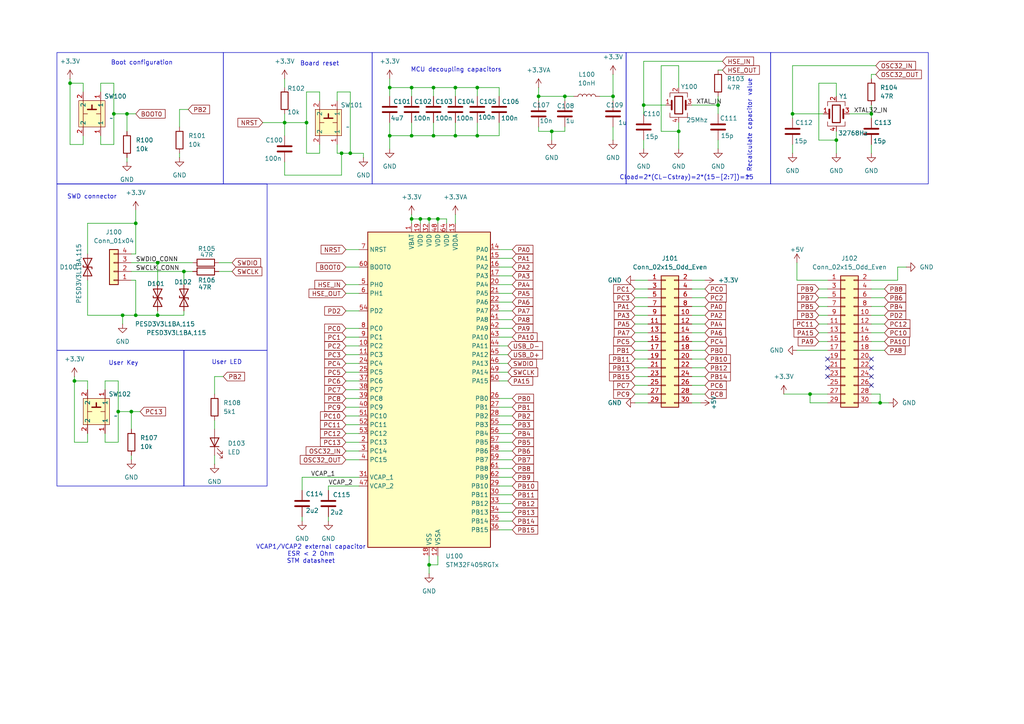
<source format=kicad_sch>
(kicad_sch (version 20231120) (generator "eeschema") (generator_version "8.0")
  (paper "A4")
  (junction (at 125.73 39.37))
  (junction (at 138.43 39.37))
  (junction (at 124.46 63.5))
  (junction (at 242.57 40.64))
  (junction (at 21.59 110.49))
  (junction (at 132.08 39.37))
  (junction (at 124.46 163.83))
  (junction (at 132.08 25.4))
  (junction (at 125.73 25.4))
  (junction (at 39.37 91.44))
  (junction (at 127 63.5))
  (junction (at 101.6 44.45))
  (junction (at 208.28 30.48))
  (junction (at 163.83 27.94))
  (junction (at 38.1 119.38))
  (junction (at 35.56 91.44))
  (junction (at 53.34 78.74))
  (junction (at 113.03 25.4))
  (junction (at 20.32 24.13))
  (junction (at 113.03 39.37))
  (junction (at 119.38 63.5))
  (junction (at 88.9 35.56))
  (junction (at 252.73 33.02))
  (junction (at 45.72 91.44))
  (junction (at 99.06 44.45))
  (junction (at 156.21 27.94))
  (junction (at 33.02 33.02))
  (junction (at 255.27 116.84))
  (junction (at 229.87 33.02))
  (junction (at 177.8 27.94))
  (junction (at 196.85 38.1))
  (junction (at 119.38 25.4))
  (junction (at 138.43 25.4))
  (junction (at 119.38 39.37))
  (junction (at 45.72 76.2))
  (junction (at 36.83 33.02))
  (junction (at 186.69 30.48))
  (junction (at 82.55 35.56))
  (junction (at 121.92 63.5))
  (junction (at 39.37 64.77))
  (junction (at 160.02 38.1))
  (junction (at 234.95 114.3))
  (junction (at 34.29 119.38))
  (no_connect (at 240.03 104.14))
  (no_connect (at 240.03 109.22))
  (no_connect (at 252.73 111.76))
  (no_connect (at 252.73 104.14))
  (no_connect (at 252.73 106.68))
  (no_connect (at 240.03 106.68))
  (no_connect (at 252.73 109.22))
  (wire (pts (xy 208.28 20.32) (xy 209.55 20.32)))
  (wire (pts (xy 160.02 38.1) (xy 160.02 40.64)))
  (wire (pts (xy 127 163.83) (xy 124.46 163.83)))
  (wire (pts (xy 105.41 44.45) (xy 101.6 44.45)))
  (wire (pts (xy 163.83 29.21) (xy 163.83 27.94)))
  (wire (pts (xy 62.23 132.08) (xy 62.23 134.62)))
  (wire (pts (xy 231.14 101.6) (xy 240.03 101.6)))
  (wire (pts (xy 156.21 27.94) (xy 163.83 27.94)))
  (wire (pts (xy 252.73 99.06) (xy 256.54 99.06)))
  (wire (pts (xy 231.14 76.2) (xy 231.14 81.28)))
  (wire (pts (xy 156.21 27.94) (xy 156.21 25.4)))
  (wire (pts (xy 34.29 128.27) (xy 30.48 128.27)))
  (wire (pts (xy 119.38 35.56) (xy 119.38 39.37)))
  (wire (pts (xy 229.87 19.05) (xy 229.87 33.02)))
  (wire (pts (xy 36.83 33.02) (xy 39.37 33.02)))
  (wire (pts (xy 252.73 88.9) (xy 256.54 88.9)))
  (wire (pts (xy 254 21.59) (xy 252.73 21.59)))
  (wire (pts (xy 100.33 77.47) (xy 104.14 77.47)))
  (wire (pts (xy 196.85 19.05) (xy 191.77 19.05)))
  (wire (pts (xy 100.33 125.73) (xy 104.14 125.73)))
  (wire (pts (xy 252.73 101.6) (xy 256.54 101.6)))
  (wire (pts (xy 119.38 63.5) (xy 121.92 63.5)))
  (wire (pts (xy 45.72 90.17) (xy 45.72 91.44)))
  (wire (pts (xy 125.73 39.37) (xy 132.08 39.37)))
  (wire (pts (xy 95.25 140.97) (xy 95.25 142.24)))
  (wire (pts (xy 113.03 39.37) (xy 119.38 39.37)))
  (wire (pts (xy 82.55 35.56) (xy 82.55 33.02)))
  (wire (pts (xy 184.15 116.84) (xy 187.96 116.84)))
  (wire (pts (xy 45.72 91.44) (xy 53.34 91.44)))
  (wire (pts (xy 144.78 102.87) (xy 147.32 102.87)))
  (wire (pts (xy 21.59 110.49) (xy 21.59 128.27)))
  (wire (pts (xy 100.33 95.25) (xy 104.14 95.25)))
  (wire (pts (xy 100.33 118.11) (xy 104.14 118.11)))
  (wire (pts (xy 39.37 81.28) (xy 38.1 81.28)))
  (wire (pts (xy 100.33 130.81) (xy 104.14 130.81)))
  (wire (pts (xy 97.79 44.45) (xy 97.79 41.91)))
  (wire (pts (xy 92.71 26.67) (xy 88.9 26.67)))
  (wire (pts (xy 163.83 36.83) (xy 163.83 38.1)))
  (wire (pts (xy 100.33 100.33) (xy 104.14 100.33)))
  (wire (pts (xy 163.83 27.94) (xy 166.37 27.94)))
  (wire (pts (xy 33.02 33.02) (xy 33.02 41.91)))
  (wire (pts (xy 97.79 29.21) (xy 97.79 26.67)))
  (wire (pts (xy 196.85 38.1) (xy 196.85 43.18)))
  (wire (pts (xy 186.69 33.02) (xy 186.69 30.48)))
  (wire (pts (xy 119.38 25.4) (xy 119.38 27.94)))
  (wire (pts (xy 252.73 83.82) (xy 256.54 83.82)))
  (wire (pts (xy 237.49 86.36) (xy 240.03 86.36)))
  (wire (pts (xy 25.4 113.03) (xy 25.4 110.49)))
  (wire (pts (xy 237.49 24.13) (xy 237.49 40.64)))
  (wire (pts (xy 105.41 45.72) (xy 105.41 44.45)))
  (wire (pts (xy 144.78 140.97) (xy 148.59 140.97)))
  (wire (pts (xy 138.43 25.4) (xy 144.78 25.4)))
  (wire (pts (xy 36.83 45.72) (xy 36.83 46.99)))
  (wire (pts (xy 144.78 85.09) (xy 148.59 85.09)))
  (wire (pts (xy 138.43 39.37) (xy 144.78 39.37)))
  (wire (pts (xy 119.38 25.4) (xy 125.73 25.4)))
  (wire (pts (xy 100.33 97.79) (xy 104.14 97.79)))
  (wire (pts (xy 252.73 33.02) (xy 252.73 34.29)))
  (wire (pts (xy 100.33 110.49) (xy 104.14 110.49)))
  (wire (pts (xy 53.34 78.74) (xy 55.88 78.74)))
  (wire (pts (xy 39.37 73.66) (xy 38.1 73.66)))
  (wire (pts (xy 38.1 78.74) (xy 53.34 78.74)))
  (wire (pts (xy 184.15 93.98) (xy 187.96 93.98)))
  (wire (pts (xy 163.83 38.1) (xy 160.02 38.1)))
  (wire (pts (xy 237.49 83.82) (xy 240.03 83.82)))
  (wire (pts (xy 38.1 132.08) (xy 38.1 133.35)))
  (wire (pts (xy 208.28 30.48) (xy 208.28 33.02)))
  (wire (pts (xy 34.29 119.38) (xy 38.1 119.38)))
  (wire (pts (xy 82.55 25.4) (xy 82.55 22.86)))
  (wire (pts (xy 184.15 83.82) (xy 187.96 83.82)))
  (wire (pts (xy 30.48 128.27) (xy 30.48 125.73)))
  (wire (pts (xy 45.72 76.2) (xy 45.72 82.55)))
  (wire (pts (xy 39.37 64.77) (xy 39.37 73.66)))
  (wire (pts (xy 100.33 82.55) (xy 104.14 82.55)))
  (wire (pts (xy 238.76 33.02) (xy 229.87 33.02)))
  (wire (pts (xy 101.6 44.45) (xy 99.06 44.45)))
  (wire (pts (xy 242.57 27.94) (xy 242.57 24.13)))
  (wire (pts (xy 20.32 22.86) (xy 20.32 24.13)))
  (wire (pts (xy 144.78 138.43) (xy 148.59 138.43)))
  (wire (pts (xy 138.43 39.37) (xy 138.43 35.56)))
  (wire (pts (xy 34.29 110.49) (xy 34.29 119.38)))
  (wire (pts (xy 125.73 39.37) (xy 125.73 35.56)))
  (wire (pts (xy 25.4 110.49) (xy 21.59 110.49)))
  (wire (pts (xy 144.78 120.65) (xy 148.59 120.65)))
  (wire (pts (xy 20.32 41.91) (xy 24.13 41.91)))
  (wire (pts (xy 227.33 114.3) (xy 234.95 114.3)))
  (wire (pts (xy 200.66 109.22) (xy 204.47 109.22)))
  (wire (pts (xy 113.03 25.4) (xy 119.38 25.4)))
  (wire (pts (xy 25.4 125.73) (xy 25.4 128.27)))
  (wire (pts (xy 97.79 26.67) (xy 101.6 26.67)))
  (wire (pts (xy 144.78 110.49) (xy 147.32 110.49)))
  (wire (pts (xy 113.03 22.86) (xy 113.03 25.4)))
  (wire (pts (xy 132.08 39.37) (xy 138.43 39.37)))
  (wire (pts (xy 200.66 104.14) (xy 204.47 104.14)))
  (wire (pts (xy 30.48 110.49) (xy 34.29 110.49)))
  (wire (pts (xy 144.78 80.01) (xy 148.59 80.01)))
  (wire (pts (xy 87.63 138.43) (xy 87.63 142.24)))
  (wire (pts (xy 200.66 93.98) (xy 204.47 93.98)))
  (wire (pts (xy 144.78 115.57) (xy 148.59 115.57)))
  (wire (pts (xy 119.38 39.37) (xy 125.73 39.37)))
  (wire (pts (xy 144.78 123.19) (xy 148.59 123.19)))
  (wire (pts (xy 144.78 151.13) (xy 148.59 151.13)))
  (wire (pts (xy 124.46 63.5) (xy 124.46 64.77)))
  (wire (pts (xy 113.03 39.37) (xy 113.03 43.18)))
  (wire (pts (xy 144.78 87.63) (xy 148.59 87.63)))
  (wire (pts (xy 200.66 83.82) (xy 204.47 83.82)))
  (wire (pts (xy 132.08 39.37) (xy 132.08 35.56)))
  (wire (pts (xy 21.59 109.22) (xy 21.59 110.49)))
  (wire (pts (xy 36.83 33.02) (xy 36.83 38.1)))
  (wire (pts (xy 92.71 41.91) (xy 92.71 44.45)))
  (wire (pts (xy 100.33 85.09) (xy 104.14 85.09)))
  (wire (pts (xy 119.38 63.5) (xy 119.38 64.77)))
  (wire (pts (xy 52.07 31.75) (xy 52.07 36.83)))
  (wire (pts (xy 234.95 114.3) (xy 234.95 116.84)))
  (wire (pts (xy 82.55 35.56) (xy 82.55 39.37)))
  (wire (pts (xy 184.15 106.68) (xy 187.96 106.68)))
  (wire (pts (xy 242.57 38.1) (xy 242.57 40.64)))
  (wire (pts (xy 200.66 101.6) (xy 204.47 101.6)))
  (wire (pts (xy 88.9 44.45) (xy 92.71 44.45)))
  (wire (pts (xy 92.71 29.21) (xy 92.71 26.67)))
  (wire (pts (xy 184.15 101.6) (xy 187.96 101.6)))
  (wire (pts (xy 200.66 30.48) (xy 208.28 30.48)))
  (wire (pts (xy 156.21 29.21) (xy 156.21 27.94)))
  (wire (pts (xy 160.02 38.1) (xy 156.21 38.1)))
  (wire (pts (xy 200.66 86.36) (xy 204.47 86.36)))
  (wire (pts (xy 184.15 114.3) (xy 187.96 114.3)))
  (wire (pts (xy 196.85 25.4) (xy 196.85 19.05)))
  (wire (pts (xy 138.43 25.4) (xy 138.43 27.94)))
  (wire (pts (xy 255.27 116.84) (xy 257.81 116.84)))
  (wire (pts (xy 127 63.5) (xy 127 64.77)))
  (wire (pts (xy 30.48 113.03) (xy 30.48 110.49)))
  (wire (pts (xy 144.78 130.81) (xy 148.59 130.81)))
  (wire (pts (xy 25.4 64.77) (xy 39.37 64.77)))
  (wire (pts (xy 100.33 90.17) (xy 104.14 90.17)))
  (wire (pts (xy 119.38 62.23) (xy 119.38 63.5)))
  (wire (pts (xy 33.02 33.02) (xy 36.83 33.02)))
  (wire (pts (xy 99.06 44.45) (xy 99.06 50.8)))
  (wire (pts (xy 184.15 91.44) (xy 187.96 91.44)))
  (wire (pts (xy 100.33 128.27) (xy 104.14 128.27)))
  (wire (pts (xy 252.73 30.48) (xy 252.73 33.02)))
  (wire (pts (xy 38.1 119.38) (xy 38.1 124.46)))
  (wire (pts (xy 52.07 44.45) (xy 52.07 45.72)))
  (wire (pts (xy 237.49 99.06) (xy 240.03 99.06)))
  (wire (pts (xy 38.1 119.38) (xy 40.64 119.38)))
  (wire (pts (xy 53.34 78.74) (xy 53.34 82.55)))
  (wire (pts (xy 144.78 39.37) (xy 144.78 35.56)))
  (wire (pts (xy 252.73 86.36) (xy 256.54 86.36)))
  (wire (pts (xy 144.78 90.17) (xy 148.59 90.17)))
  (wire (pts (xy 144.78 107.95) (xy 147.32 107.95)))
  (wire (pts (xy 104.14 138.43) (xy 87.63 138.43)))
  (wire (pts (xy 173.99 27.94) (xy 177.8 27.94)))
  (wire (pts (xy 184.15 86.36) (xy 187.96 86.36)))
  (wire (pts (xy 100.33 115.57) (xy 104.14 115.57)))
  (wire (pts (xy 252.73 93.98) (xy 256.54 93.98)))
  (wire (pts (xy 186.69 30.48) (xy 193.04 30.48)))
  (wire (pts (xy 234.95 114.3) (xy 240.03 114.3)))
  (wire (pts (xy 200.66 106.68) (xy 204.47 106.68)))
  (wire (pts (xy 252.73 81.28) (xy 260.35 81.28)))
  (wire (pts (xy 25.4 64.77) (xy 25.4 73.66)))
  (wire (pts (xy 29.21 24.13) (xy 33.02 24.13)))
  (wire (pts (xy 196.85 35.56) (xy 196.85 38.1)))
  (wire (pts (xy 113.03 35.56) (xy 113.03 39.37)))
  (wire (pts (xy 121.92 63.5) (xy 124.46 63.5)))
  (wire (pts (xy 184.15 88.9) (xy 187.96 88.9)))
  (wire (pts (xy 127 161.29) (xy 127 163.83)))
  (wire (pts (xy 82.55 35.56) (xy 88.9 35.56)))
  (wire (pts (xy 237.49 96.52) (xy 240.03 96.52)))
  (wire (pts (xy 229.87 41.91) (xy 229.87 44.45)))
  (wire (pts (xy 144.78 153.67) (xy 148.59 153.67)))
  (wire (pts (xy 62.23 121.92) (xy 62.23 124.46)))
  (wire (pts (xy 208.28 30.48) (xy 208.28 27.94)))
  (wire (pts (xy 144.78 133.35) (xy 148.59 133.35)))
  (wire (pts (xy 200.66 99.06) (xy 204.47 99.06)))
  (wire (pts (xy 100.33 120.65) (xy 104.14 120.65)))
  (wire (pts (xy 200.66 91.44) (xy 204.47 91.44)))
  (wire (pts (xy 100.33 133.35) (xy 104.14 133.35)))
  (wire (pts (xy 82.55 46.99) (xy 82.55 50.8)))
  (wire (pts (xy 231.14 81.28) (xy 240.03 81.28)))
  (wire (pts (xy 63.5 76.2) (xy 67.31 76.2)))
  (wire (pts (xy 144.78 125.73) (xy 148.59 125.73)))
  (wire (pts (xy 144.78 118.11) (xy 148.59 118.11)))
  (wire (pts (xy 124.46 63.5) (xy 127 63.5)))
  (wire (pts (xy 144.78 77.47) (xy 148.59 77.47)))
  (wire (pts (xy 237.49 40.64) (xy 242.57 40.64)))
  (wire (pts (xy 191.77 38.1) (xy 196.85 38.1)))
  (wire (pts (xy 76.2 35.56) (xy 82.55 35.56)))
  (wire (pts (xy 144.78 95.25) (xy 148.59 95.25)))
  (wire (pts (xy 24.13 24.13) (xy 20.32 24.13)))
  (wire (pts (xy 200.66 111.76) (xy 204.47 111.76)))
  (wire (pts (xy 62.23 109.22) (xy 62.23 114.3)))
  (wire (pts (xy 144.78 25.4) (xy 144.78 27.94)))
  (wire (pts (xy 35.56 91.44) (xy 35.56 93.98)))
  (wire (pts (xy 184.15 96.52) (xy 187.96 96.52)))
  (wire (pts (xy 234.95 116.84) (xy 240.03 116.84)))
  (wire (pts (xy 144.78 100.33) (xy 147.32 100.33)))
  (wire (pts (xy 191.77 19.05) (xy 191.77 38.1)))
  (wire (pts (xy 184.15 111.76) (xy 187.96 111.76)))
  (wire (pts (xy 200.66 81.28) (xy 204.47 81.28)))
  (wire (pts (xy 100.33 102.87) (xy 104.14 102.87)))
  (wire (pts (xy 252.73 91.44) (xy 256.54 91.44)))
  (wire (pts (xy 186.69 40.64) (xy 186.69 43.18)))
  (wire (pts (xy 39.37 60.96) (xy 39.37 64.77)))
  (wire (pts (xy 144.78 72.39) (xy 148.59 72.39)))
  (wire (pts (xy 246.38 33.02) (xy 252.73 33.02)))
  (wire (pts (xy 184.15 104.14) (xy 187.96 104.14)))
  (wire (pts (xy 24.13 26.67) (xy 24.13 24.13)))
  (wire (pts (xy 100.33 113.03) (xy 104.14 113.03)))
  (wire (pts (xy 100.33 123.19) (xy 104.14 123.19)))
  (wire (pts (xy 144.78 135.89) (xy 148.59 135.89)))
  (wire (pts (xy 242.57 40.64) (xy 242.57 44.45)))
  (wire (pts (xy 29.21 26.67) (xy 29.21 24.13)))
  (wire (pts (xy 208.28 40.64) (xy 208.28 43.18)))
  (wire (pts (xy 237.49 93.98) (xy 240.03 93.98)))
  (wire (pts (xy 177.8 27.94) (xy 177.8 29.21)))
  (wire (pts (xy 144.78 92.71) (xy 148.59 92.71)))
  (wire (pts (xy 184.15 81.28) (xy 187.96 81.28)))
  (wire (pts (xy 29.21 41.91) (xy 29.21 39.37)))
  (wire (pts (xy 54.61 31.75) (xy 52.07 31.75)))
  (wire (pts (xy 252.73 116.84) (xy 255.27 116.84)))
  (wire (pts (xy 144.78 74.93) (xy 148.59 74.93)))
  (wire (pts (xy 45.72 76.2) (xy 55.88 76.2)))
  (wire (pts (xy 25.4 91.44) (xy 35.56 91.44)))
  (wire (pts (xy 88.9 35.56) (xy 88.9 44.45)))
  (wire (pts (xy 200.66 116.84) (xy 203.2 116.84)))
  (wire (pts (xy 100.33 105.41) (xy 104.14 105.41)))
  (wire (pts (xy 100.33 107.95) (xy 104.14 107.95)))
  (wire (pts (xy 144.78 143.51) (xy 148.59 143.51)))
  (wire (pts (xy 39.37 91.44) (xy 45.72 91.44)))
  (wire (pts (xy 104.14 140.97) (xy 95.25 140.97)))
  (wire (pts (xy 144.78 128.27) (xy 148.59 128.27)))
  (wire (pts (xy 24.13 39.37) (xy 24.13 41.91)))
  (wire (pts (xy 186.69 17.78) (xy 186.69 30.48)))
  (wire (pts (xy 252.73 96.52) (xy 256.54 96.52)))
  (wire (pts (xy 88.9 26.67) (xy 88.9 35.56)))
  (wire (pts (xy 38.1 76.2) (xy 45.72 76.2)))
  (wire (pts (xy 113.03 25.4) (xy 113.03 27.94)))
  (wire (pts (xy 121.92 63.5) (xy 121.92 64.77)))
  (wire (pts (xy 200.66 88.9) (xy 204.47 88.9)))
  (wire (pts (xy 156.21 38.1) (xy 156.21 36.83)))
  (wire (pts (xy 177.8 21.59) (xy 177.8 27.94)))
  (wire (pts (xy 144.78 97.79) (xy 148.59 97.79)))
  (wire (pts (xy 144.78 105.41) (xy 147.32 105.41)))
  (wire (pts (xy 101.6 26.67) (xy 101.6 44.45)))
  (wire (pts (xy 53.34 90.17) (xy 53.34 91.44)))
  (wire (pts (xy 229.87 19.05) (xy 254 19.05)))
  (wire (pts (xy 64.77 109.22) (xy 62.23 109.22)))
  (wire (pts (xy 200.66 114.3) (xy 204.47 114.3)))
  (wire (pts (xy 252.73 114.3) (xy 255.27 114.3)))
  (wire (pts (xy 237.49 88.9) (xy 240.03 88.9)))
  (wire (pts (xy 82.55 50.8) (xy 99.06 50.8)))
  (wire (pts (xy 229.87 33.02) (xy 229.87 34.29)))
  (wire (pts (xy 184.15 109.22) (xy 187.96 109.22)))
  (wire (pts (xy 132.08 25.4) (xy 138.43 25.4)))
  (wire (pts (xy 255.27 114.3) (xy 255.27 116.84)))
  (wire (pts (xy 87.63 149.86) (xy 87.63 151.13)))
  (wire (pts (xy 99.06 44.45) (xy 97.79 44.45)))
  (wire (pts (xy 132.08 25.4) (xy 132.08 27.94)))
  (wire (pts (xy 129.54 63.5) (xy 129.54 64.77)))
  (wire (pts (xy 242.57 24.13) (xy 237.49 24.13)))
  (wire (pts (xy 33.02 41.91) (xy 29.21 41.91)))
  (wire (pts (xy 127 63.5) (xy 129.54 63.5)))
  (wire (pts (xy 20.32 24.13) (xy 20.32 41.91)))
  (wire (pts (xy 34.29 119.38) (xy 34.29 128.27)))
  (wire (pts (xy 35.56 91.44) (xy 39.37 91.44)))
  (wire (pts (xy 260.35 81.28) (xy 260.35 77.47)))
  (wire (pts (xy 132.08 62.23) (xy 132.08 64.77)))
  (wire (pts (xy 184.15 99.06) (xy 187.96 99.06)))
  (wire (pts (xy 186.69 17.78) (xy 209.55 17.78)))
  (wire (pts (xy 237.49 91.44) (xy 240.03 91.44)))
  (wire (pts (xy 33.02 24.13) (xy 33.02 33.02)))
  (wire (pts (xy 63.5 78.74) (xy 67.31 78.74)))
  (wire (pts (xy 177.8 36.83) (xy 177.8 40.64)))
  (wire (pts (xy 95.25 149.86) (xy 95.25 151.13)))
  (wire (pts (xy 200.66 96.52) (xy 204.47 96.52)))
  (wire (pts (xy 144.78 146.05) (xy 148.59 146.05)))
  (wire (pts (xy 125.73 25.4) (xy 132.08 25.4)))
  (wire (pts (xy 260.35 77.47) (xy 262.89 77.47)))
  (wire (pts (xy 25.4 81.28) (xy 25.4 91.44)))
  (wire (pts (xy 125.73 25.4) (xy 125.73 27.94)))
  (wire (pts (xy 144.78 82.55) (xy 148.59 82.55)))
  (wire (pts (xy 252.73 41.91) (xy 252.73 44.45)))
  (wire (pts (xy 100.33 72.39) (xy 104.14 72.39)))
  (wire (pts (xy 144.78 148.59) (xy 148.59 148.59)))
  (wire (pts (xy 252.73 21.59) (xy 252.73 22.86)))
  (wire (pts (xy 21.59 128.27) (xy 25.4 128.27)))
  (wire (pts (xy 39.37 91.44) (xy 39.37 81.28)))
  (wire (pts (xy 124.46 163.83) (xy 124.46 166.37)))
  (wire (pts (xy 124.46 161.29) (xy 124.46 163.83)))
  (rectangle (start 181.61 15.24) (end 223.52 53.34))
  (rectangle (start 16.51 53.34) (end 77.47 101.6))
  (rectangle (start 107.95 15.24) (end 181.61 53.34))
  (rectangle (start 223.52 15.24) (end 269.24 53.34))
  (rectangle (start 16.51 15.24) (end 64.77 53.34))
  (rectangle (start 16.51 101.6) (end 53.34 140.97))
  (rectangle (start 53.34 101.6) (end 77.47 140.97))
  (rectangle (start 64.77 15.24) (end 107.95 53.34))
  (text "Cload=2*(CL-Cstray)=2*(15-[2:7])=15" (at 199.136 51.562 0) (effects (font (size 1.27 1.27))))
  (text "MCU decoupling capacitors" (at 132.334 20.32 0) (effects (font (size 1.27 1.27))))
  (text "VCAP1/VCAP2 external capacitor\nESR < 2 Ohm\nSTM datasheet" (at 90.17 160.782 0) (effects (font (size 1.27 1.27))))
  (text "Board reset" (at 92.71 18.542 0) (effects (font (size 1.27 1.27))))
  (text "User Key" (at 35.814 105.41 0) (effects (font (size 1.27 1.27))))
  (text "SWD connector" (at 26.67 57.15 0) (effects (font (size 1.27 1.27))))
  (text "User LED" (at 65.786 105.156 0) (effects (font (size 1.27 1.27))))
  (text "* Recalculate capacitor value" (at 217.424 37.338 90) (effects (font (size 1.27 1.27))))
  (text "Boot configuration" (at 41.148 18.288 0) (effects (font (size 1.27 1.27))))
  (label "XTAL_IN" (at 201.93 30.48 0))
  (label "SWCLK_CONN" (at 39.37 78.74 0))
  (label "SWDIO_CONN" (at 39.37 76.2 0))
  (label "VCAP_1" (at 90.17 138.43 0))
  (label "VCAP_2" (at 95.25 140.97 0))
  (label "XTAL32_IN" (at 247.65 33.02 0))
  (global_label "SWCLK" (shape input) (at 147.32 107.95 0) (property "Intersheetrefs" "${INTERSHEET_REFS}" (effects (hide yes))))
  (global_label "PA9" (shape input) (at 237.49 99.06 180) (property "Intersheetrefs" "${INTERSHEET_REFS}" (effects (hide yes))))
  (global_label "PB11" (shape input) (at 184.15 104.14 180) (property "Intersheetrefs" "${INTERSHEET_REFS}" (effects (hide yes))))
  (global_label "PB4" (shape input) (at 256.54 88.9 0) (property "Intersheetrefs" "${INTERSHEET_REFS}" (effects (hide yes))))
  (global_label "SWDIO" (shape input) (at 67.31 76.2 0) (property "Intersheetrefs" "${INTERSHEET_REFS}" (effects (hide yes))))
  (global_label "PC5" (shape input) (at 100.33 107.95 180) (property "Intersheetrefs" "${INTERSHEET_REFS}" (effects (hide yes))))
  (global_label "PA0" (shape input) (at 148.59 72.39 0) (property "Intersheetrefs" "${INTERSHEET_REFS}" (effects (hide yes))))
  (global_label "PC5" (shape input) (at 184.15 99.06 180) (property "Intersheetrefs" "${INTERSHEET_REFS}" (effects (hide yes))))
  (global_label "PA6" (shape input) (at 148.59 87.63 0) (property "Intersheetrefs" "${INTERSHEET_REFS}" (effects (hide yes))))
  (global_label "NRST" (shape input) (at 76.2 35.56 180) (property "Intersheetrefs" "${INTERSHEET_REFS}" (effects (hide yes))))
  (global_label "PA7" (shape input) (at 148.59 90.17 0) (property "Intersheetrefs" "${INTERSHEET_REFS}" (effects (hide yes))))
  (global_label "PB3" (shape input) (at 148.59 123.19 0) (property "Intersheetrefs" "${INTERSHEET_REFS}" (effects (hide yes))))
  (global_label "PB1" (shape input) (at 184.15 101.6 180) (property "Intersheetrefs" "${INTERSHEET_REFS}" (effects (hide yes))))
  (global_label "PC13" (shape input) (at 40.64 119.38 0) (property "Intersheetrefs" "${INTERSHEET_REFS}" (effects (hide yes))))
  (global_label "OSC32_IN" (shape input) (at 254 19.05 0) (property "Intersheetrefs" "${INTERSHEET_REFS}" (effects (hide yes))))
  (global_label "PC0" (shape input) (at 100.33 95.25 180) (property "Intersheetrefs" "${INTERSHEET_REFS}" (effects (hide yes))))
  (global_label "PA5" (shape input) (at 184.15 93.98 180) (property "Intersheetrefs" "${INTERSHEET_REFS}" (effects (hide yes))))
  (global_label "PB2" (shape input) (at 54.61 31.75 0) (property "Intersheetrefs" "${INTERSHEET_REFS}" (effects (hide yes))))
  (global_label "PB15" (shape input) (at 148.59 153.67 0) (property "Intersheetrefs" "${INTERSHEET_REFS}" (effects (hide yes))))
  (global_label "PB13" (shape input) (at 184.15 106.68 180) (property "Intersheetrefs" "${INTERSHEET_REFS}" (effects (hide yes))))
  (global_label "HSE_IN" (shape input) (at 100.33 82.55 180) (property "Intersheetrefs" "${INTERSHEET_REFS}" (effects (hide yes))))
  (global_label "PB11" (shape input) (at 148.59 143.51 0) (property "Intersheetrefs" "${INTERSHEET_REFS}" (effects (hide yes))))
  (global_label "PC8" (shape input) (at 204.47 114.3 0) (property "Intersheetrefs" "${INTERSHEET_REFS}" (effects (hide yes))))
  (global_label "PA8" (shape input) (at 256.54 101.6 0) (property "Intersheetrefs" "${INTERSHEET_REFS}" (effects (hide yes))))
  (global_label "PA1" (shape input) (at 148.59 74.93 0) (property "Intersheetrefs" "${INTERSHEET_REFS}" (effects (hide yes))))
  (global_label "PB2" (shape input) (at 64.77 109.22 0) (property "Intersheetrefs" "${INTERSHEET_REFS}" (effects (hide yes))))
  (global_label "PC6" (shape input) (at 100.33 110.49 180) (property "Intersheetrefs" "${INTERSHEET_REFS}" (effects (hide yes))))
  (global_label "PA4" (shape input) (at 204.47 93.98 0) (property "Intersheetrefs" "${INTERSHEET_REFS}" (effects (hide yes))))
  (global_label "PC10" (shape input) (at 256.54 96.52 0) (property "Intersheetrefs" "${INTERSHEET_REFS}" (effects (hide yes))))
  (global_label "PB3" (shape input) (at 237.49 91.44 180) (property "Intersheetrefs" "${INTERSHEET_REFS}" (effects (hide yes))))
  (global_label "PB9" (shape input) (at 148.59 138.43 0) (property "Intersheetrefs" "${INTERSHEET_REFS}" (effects (hide yes))))
  (global_label "PB0" (shape input) (at 204.47 101.6 0) (property "Intersheetrefs" "${INTERSHEET_REFS}" (effects (hide yes))))
  (global_label "PA0" (shape input) (at 204.47 88.9 0) (property "Intersheetrefs" "${INTERSHEET_REFS}" (effects (hide yes))))
  (global_label "PB10" (shape input) (at 204.47 104.14 0) (property "Intersheetrefs" "${INTERSHEET_REFS}" (effects (hide yes))))
  (global_label "PD2" (shape input) (at 100.33 90.17 180) (property "Intersheetrefs" "${INTERSHEET_REFS}" (effects (hide yes))))
  (global_label "PC4" (shape input) (at 204.47 99.06 0) (property "Intersheetrefs" "${INTERSHEET_REFS}" (effects (hide yes))))
  (global_label "PC8" (shape input) (at 100.33 115.57 180) (property "Intersheetrefs" "${INTERSHEET_REFS}" (effects (hide yes))))
  (global_label "OSC32_OUT" (shape input) (at 254 21.59 0) (property "Intersheetrefs" "${INTERSHEET_REFS}" (effects (hide yes))))
  (global_label "PA10" (shape input) (at 256.54 99.06 0) (property "Intersheetrefs" "${INTERSHEET_REFS}" (effects (hide yes))))
  (global_label "PC4" (shape input) (at 100.33 105.41 180) (property "Intersheetrefs" "${INTERSHEET_REFS}" (effects (hide yes))))
  (global_label "PB2" (shape input) (at 148.59 120.65 0) (property "Intersheetrefs" "${INTERSHEET_REFS}" (effects (hide yes))))
  (global_label "PC12" (shape input) (at 100.33 125.73 180) (property "Intersheetrefs" "${INTERSHEET_REFS}" (effects (hide yes))))
  (global_label "PC9" (shape input) (at 184.15 114.3 180) (property "Intersheetrefs" "${INTERSHEET_REFS}" (effects (hide yes))))
  (global_label "HSE_OUT" (shape input) (at 209.55 20.32 0) (property "Intersheetrefs" "${INTERSHEET_REFS}" (effects (hide yes))))
  (global_label "PB13" (shape input) (at 148.59 148.59 0) (property "Intersheetrefs" "${INTERSHEET_REFS}" (effects (hide yes))))
  (global_label "PB7" (shape input) (at 148.59 133.35 0) (property "Intersheetrefs" "${INTERSHEET_REFS}" (effects (hide yes))))
  (global_label "PC7" (shape input) (at 100.33 113.03 180) (property "Intersheetrefs" "${INTERSHEET_REFS}" (effects (hide yes))))
  (global_label "PA7" (shape input) (at 184.15 96.52 180) (property "Intersheetrefs" "${INTERSHEET_REFS}" (effects (hide yes))))
  (global_label "PC3" (shape input) (at 184.15 86.36 180) (property "Intersheetrefs" "${INTERSHEET_REFS}" (effects (hide yes))))
  (global_label "PC1" (shape input) (at 184.15 83.82 180) (property "Intersheetrefs" "${INTERSHEET_REFS}" (effects (hide yes))))
  (global_label "PB7" (shape input) (at 237.49 86.36 180) (property "Intersheetrefs" "${INTERSHEET_REFS}" (effects (hide yes))))
  (global_label "PB1" (shape input) (at 148.59 118.11 0) (property "Intersheetrefs" "${INTERSHEET_REFS}" (effects (hide yes))))
  (global_label "PB9" (shape input) (at 237.49 83.82 180) (property "Intersheetrefs" "${INTERSHEET_REFS}" (effects (hide yes))))
  (global_label "PB8" (shape input) (at 148.59 135.89 0) (property "Intersheetrefs" "${INTERSHEET_REFS}" (effects (hide yes))))
  (global_label "PC11" (shape input) (at 100.33 123.19 180) (property "Intersheetrefs" "${INTERSHEET_REFS}" (effects (hide yes))))
  (global_label "PA2" (shape input) (at 204.47 91.44 0) (property "Intersheetrefs" "${INTERSHEET_REFS}" (effects (hide yes))))
  (global_label "PA4" (shape input) (at 148.59 82.55 0) (property "Intersheetrefs" "${INTERSHEET_REFS}" (effects (hide yes))))
  (global_label "PA10" (shape input) (at 148.59 97.79 0) (property "Intersheetrefs" "${INTERSHEET_REFS}" (effects (hide yes))))
  (global_label "OSC32_IN" (shape input) (at 100.33 130.81 180) (property "Intersheetrefs" "${INTERSHEET_REFS}" (effects (hide yes))))
  (global_label "PC13" (shape input) (at 100.33 128.27 180) (property "Intersheetrefs" "${INTERSHEET_REFS}" (effects (hide yes))))
  (global_label "PA1" (shape input) (at 184.15 88.9 180) (property "Intersheetrefs" "${INTERSHEET_REFS}" (effects (hide yes))))
  (global_label "USB_D-" (shape input) (at 147.32 100.33 0) (property "Intersheetrefs" "${INTERSHEET_REFS}" (effects (hide yes))))
  (global_label "PA15" (shape input) (at 237.49 96.52 180) (property "Intersheetrefs" "${INTERSHEET_REFS}" (effects (hide yes))))
  (global_label "PB14" (shape input) (at 148.59 151.13 0) (property "Intersheetrefs" "${INTERSHEET_REFS}" (effects (hide yes))))
  (global_label "BOOT0" (shape input) (at 100.33 77.47 180) (property "Intersheetrefs" "${INTERSHEET_REFS}" (effects (hide yes))))
  (global_label "PB10" (shape input) (at 148.59 140.97 0) (property "Intersheetrefs" "${INTERSHEET_REFS}" (effects (hide yes))))
  (global_label "PB6" (shape input) (at 148.59 130.81 0) (property "Intersheetrefs" "${INTERSHEET_REFS}" (effects (hide yes))))
  (global_label "PA2" (shape input) (at 148.59 77.47 0) (property "Intersheetrefs" "${INTERSHEET_REFS}" (effects (hide yes))))
  (global_label "PA6" (shape input) (at 204.47 96.52 0) (property "Intersheetrefs" "${INTERSHEET_REFS}" (effects (hide yes))))
  (global_label "PB0" (shape input) (at 148.59 115.57 0) (property "Intersheetrefs" "${INTERSHEET_REFS}" (effects (hide yes))))
  (global_label "SWDIO" (shape input) (at 147.32 105.41 0) (property "Intersheetrefs" "${INTERSHEET_REFS}" (effects (hide yes))))
  (global_label "PB5" (shape input) (at 148.59 128.27 0) (property "Intersheetrefs" "${INTERSHEET_REFS}" (effects (hide yes))))
  (global_label "HSE_OUT" (shape input) (at 100.33 85.09 180) (property "Intersheetrefs" "${INTERSHEET_REFS}" (effects (hide yes))))
  (global_label "PC9" (shape input) (at 100.33 118.11 180) (property "Intersheetrefs" "${INTERSHEET_REFS}" (effects (hide yes))))
  (global_label "PA5" (shape input) (at 148.59 85.09 0) (property "Intersheetrefs" "${INTERSHEET_REFS}" (effects (hide yes))))
  (global_label "PA15" (shape input) (at 147.32 110.49 0) (property "Intersheetrefs" "${INTERSHEET_REFS}" (effects (hide yes))))
  (global_label "OSC32_OUT" (shape input) (at 100.33 133.35 180) (property "Intersheetrefs" "${INTERSHEET_REFS}" (effects (hide yes))))
  (global_label "PB12" (shape input) (at 148.59 146.05 0) (property "Intersheetrefs" "${INTERSHEET_REFS}" (effects (hide yes))))
  (global_label "PB6" (shape input) (at 256.54 86.36 0) (property "Intersheetrefs" "${INTERSHEET_REFS}" (effects (hide yes))))
  (global_label "PA8" (shape input) (at 148.59 92.71 0) (property "Intersheetrefs" "${INTERSHEET_REFS}" (effects (hide yes))))
  (global_label "PA3" (shape input) (at 184.15 91.44 180) (property "Intersheetrefs" "${INTERSHEET_REFS}" (effects (hide yes))))
  (global_label "PB4" (shape input) (at 148.59 125.73 0) (property "Intersheetrefs" "${INTERSHEET_REFS}" (effects (hide yes))))
  (global_label "PC7" (shape input) (at 184.15 111.76 180) (property "Intersheetrefs" "${INTERSHEET_REFS}" (effects (hide yes))))
  (global_label "PA9" (shape input) (at 148.59 95.25 0) (property "Intersheetrefs" "${INTERSHEET_REFS}" (effects (hide yes))))
  (global_label "PC0" (shape input) (at 204.47 83.82 0) (property "Intersheetrefs" "${INTERSHEET_REFS}" (effects (hide yes))))
  (global_label "PB14" (shape input) (at 204.47 109.22 0) (property "Intersheetrefs" "${INTERSHEET_REFS}" (effects (hide yes))))
  (global_label "SWCLK" (shape input) (at 67.31 78.74 0) (property "Intersheetrefs" "${INTERSHEET_REFS}" (effects (hide yes))))
  (global_label "PB15" (shape input) (at 184.15 109.22 180) (property "Intersheetrefs" "${INTERSHEET_REFS}" (effects (hide yes))))
  (global_label "HSE_IN" (shape input) (at 209.55 17.78 0) (property "Intersheetrefs" "${INTERSHEET_REFS}" (effects (hide yes))))
  (global_label "PC2" (shape input) (at 204.47 86.36 0) (property "Intersheetrefs" "${INTERSHEET_REFS}" (effects (hide yes))))
  (global_label "PB8" (shape input) (at 256.54 83.82 0) (property "Intersheetrefs" "${INTERSHEET_REFS}" (effects (hide yes))))
  (global_label "BOOT0" (shape input) (at 39.37 33.02 0) (property "Intersheetrefs" "${INTERSHEET_REFS}" (effects (hide yes))))
  (global_label "PC6" (shape input) (at 204.47 111.76 0) (property "Intersheetrefs" "${INTERSHEET_REFS}" (effects (hide yes))))
  (global_label "PC2" (shape input) (at 100.33 100.33 180) (property "Intersheetrefs" "${INTERSHEET_REFS}" (effects (hide yes))))
  (global_label "PB5" (shape input) (at 237.49 88.9 180) (property "Intersheetrefs" "${INTERSHEET_REFS}" (effects (hide yes))))
  (global_label "PC12" (shape input) (at 256.54 93.98 0) (property "Intersheetrefs" "${INTERSHEET_REFS}" (effects (hide yes))))
  (global_label "PC10" (shape input) (at 100.33 120.65 180) (property "Intersheetrefs" "${INTERSHEET_REFS}" (effects (hide yes))))
  (global_label "PC1" (shape input) (at 100.33 97.79 180) (property "Intersheetrefs" "${INTERSHEET_REFS}" (effects (hide yes))))
  (global_label "PD2" (shape input) (at 256.54 91.44 0) (property "Intersheetrefs" "${INTERSHEET_REFS}" (effects (hide yes))))
  (global_label "PC3" (shape input) (at 100.33 102.87 180) (property "Intersheetrefs" "${INTERSHEET_REFS}" (effects (hide yes))))
  (global_label "PA3" (shape input) (at 148.59 80.01 0) (property "Intersheetrefs" "${INTERSHEET_REFS}" (effects (hide yes))))
  (global_label "PC11" (shape input) (at 237.49 93.98 180) (property "Intersheetrefs" "${INTERSHEET_REFS}" (effects (hide yes))))
  (global_label "USB_D+" (shape input) (at 147.32 102.87 0) (property "Intersheetrefs" "${INTERSHEET_REFS}" (effects (hide yes))))
  (global_label "NRST" (shape input) (at 100.33 72.39 180) (property "Intersheetrefs" "${INTERSHEET_REFS}" (effects (hide yes))))
  (global_label "PB12" (shape input) (at 204.47 106.68 0) (property "Intersheetrefs" "${INTERSHEET_REFS}" (effects (hide yes))))
  (symbol (lib_id "Device:C") (at 138.43 31.75 0) (unit 1)
    (property "Reference" "C105" (at 138.938 29.464 0) (effects (justify left)))
    (property "Value" "100n" (at 138.684 34.036 0) (effects (justify left)))
    (property "Footprint" "Capacitor_SMD:C_0402_1005Metric" (effects (hide yes)))
    (property "Description" "Unpolarized capacitor" (effects (hide yes)))
    (property "DigiKey Part Number" "1276-1002-6-ND" (effects (hide yes)))
    (property "Manufacturer" "Samsung Electro-Mechanics" (effects (hide yes)))
    (property "Manufacturer Product Number" "CL05B104KP5NNNC" (effects (hide yes)))
  )
  (symbol (lib_id "Device:C") (at 87.63 146.05 0) (unit 1)
    (property "Reference" "C114" (at 88.646 143.256 0) (effects (justify left)))
    (property "Value" "2u2" (at 88.646 148.082 0) (effects (justify left)))
    (property "Footprint" "Capacitor_SMD:C_0805_2012Metric" (effects (hide yes)))
    (property "Description" "Unpolarized capacitor" (effects (hide yes)))
    (property "DigiKey Part Number" "445-1420-6-ND" (effects (hide yes)))
    (property "Manufacturer" "TDK Corporation" (effects (hide yes)))
    (property "Manufacturer Product Number" "C2012X7R1C225K125AB" (effects (hide yes)))
  )
  (symbol (lib_id "Device:R") (at 52.07 40.64 0) (unit 1)
    (property "Reference" "R101" (at 54.61 39.3699 0) (effects (justify left)))
    (property "Value" "10k" (at 54.61 41.9099 0) (effects (justify left)))
    (property "Footprint" "Resistor_SMD:R_0402_1005Metric" (effects (hide yes)))
    (property "Description" "Resistor" (effects (hide yes)))
    (property "DigiKey Part Number" "1276-3431-6-ND" (effects (hide yes)))
    (property "Manufacturer" "Samsung Electro-Mechanics" (effects (hide yes)))
    (property "Manufacturer Product Number" "RC1005F103CS" (effects (hide yes)))
  )
  (symbol (lib_id "Device:C") (at 252.73 38.1 0) (unit 1)
    (property "Reference" "C113" (at 253.492 35.56 0) (effects (justify left)))
    (property "Value" "15p" (at 253.238 40.894 0) (effects (justify left)))
    (property "Footprint" "Capacitor_SMD:C_0402_1005Metric" (effects (hide yes)))
    (property "Description" "Unpolarized capacitor" (effects (hide yes)))
    (property "DigiKey Part Number" "490-11191-6-ND" (effects (hide yes)))
    (property "Manufacturer" "Murata Electronics" (effects (hide yes)))
    (property "Manufacturer Product Number" "GJM1555C1H150FB01D" (effects (hide yes)))
  )
  (symbol (lib_id "power:GND") (at 242.57 44.45 0) (unit 1)
    (property "Reference" "#PWR013" (effects (hide yes)))
    (property "Value" "GND" (at 242.57 49.53 0))
    (property "Description" "Power symbol creates a global label with name \"GND\" , ground" (effects (hide yes)))
  )
  (symbol (lib_id "Device:LED") (at 62.23 128.27 90) (unit 1)
    (property "Reference" "D103" (at 66.04 128.5874 90) (effects (justify right)))
    (property "Value" "LED" (at 66.04 131.1274 90) (effects (justify right)))
    (property "Footprint" "LED_SMD:LED_0603_1608Metric" (effects (hide yes)))
    (property "Description" "Light emitting diode" (effects (hide yes)))
    (property "DigiKey Part Number" "732-4971-6-ND" (effects (hide yes)))
    (property "Manufacturer" "Würth Elektronik" (effects (hide yes)))
    (property "Manufacturer Product Number" "150060GS75000" (effects (hide yes)))
  )
  (symbol (lib_id "power:GND") (at 184.15 116.84 270) (unit 1)
    (property "Reference" "#PWR035" (effects (hide yes)))
    (property "Value" "GND" (at 180.34 116.8399 90) (effects (justify right)))
    (property "Description" "Power symbol creates a global label with name \"GND\" , ground" (effects (hide yes)))
  )
  (symbol (lib_id "Device:C") (at 163.83 33.02 0) (mirror y) (unit 1)
    (property "Reference" "C108" (at 166.624 30.734 0) (effects (justify left)))
    (property "Value" "1u" (at 166.624 35.052 0) (effects (justify left)))
    (property "Footprint" "Capacitor_SMD:C_0603_1608Metric" (effects (hide yes)))
    (property "Manufacturer" "Samsung Electro-Mechanics" (effects (hide yes)))
    (property "DigiKey Part Number" "1276-1946-6-ND" (effects (hide yes)))
    (property "Manufacturer Product Number" "CL10B105KP8NNNC" (effects (hide yes)))
  )
  (symbol (lib_id "Device:R") (at 36.83 41.91 0) (unit 1)
    (property "Reference" "R100" (at 39.37 40.6399 0) (effects (justify left)))
    (property "Value" "10k" (at 39.37 43.1799 0) (effects (justify left)))
    (property "Footprint" "Resistor_SMD:R_0402_1005Metric" (effects (hide yes)))
    (property "Description" "Resistor" (effects (hide yes)))
    (property "DigiKey Part Number" "1276-3431-6-ND" (effects (hide yes)))
    (property "Manufacturer" "Samsung Electro-Mechanics" (effects (hide yes)))
    (property "Manufacturer Product Number" "RC1005F103CS" (effects (hide yes)))
  )
  (symbol (lib_id "power:+5V") (at 231.14 76.2 0) (unit 1)
    (property "Reference" "#PWR045" (effects (hide yes)))
    (property "Value" "+5V" (at 231.14 72.39 0))
  )
  (symbol (lib_id "power:GND") (at 105.41 45.72 0) (unit 1)
    (property "Reference" "#PWR07" (effects (hide yes)))
    (property "Value" "GND" (at 105.41 50.8 0))
    (property "Description" "Power symbol creates a global label with name \"GND\" , ground" (effects (hide yes)))
  )
  (symbol (lib_id "power:+3.3V") (at 177.8 21.59 0) (unit 1)
    (property "Reference" "#PWR043" (effects (hide yes)))
    (property "Value" "+3.3V" (at 177.8 16.51 0))
    (property "Description" "Power symbol creates a global label with name \"+3.3V\"" (effects (hide yes)))
  )
  (symbol (lib_id "Device:Crystal_GND24") (at 242.57 33.02 0) (unit 1)
    (property "Reference" "Y1" (at 244.602 27.94 0))
    (property "Value" "32768Hz" (at 247.396 38.608 0))
    (property "Footprint" "Crystal:Crystal_SMD_3225-4Pin_3.2x2.5mm" (effects (hide yes)))
    (property "Description" "Four pin crystal, GND on pins 2 and 4" (effects (hide yes)))
    (property "DigiKey Part Number" "535-ASEK-32.768KHZ-L-R-TDKR-ND" (effects (hide yes)))
    (property "Manufacturer" "Abracon LLC" (effects (hide yes)))
    (property "Manufacturer Product Number" "ASEK-32.768KHZ-L-R-T" (effects (hide yes)))
  )
  (symbol (lib_id "power:+3.3V") (at 39.37 60.96 0) (unit 1)
    (property "Reference" "#PWR04" (effects (hide yes)))
    (property "Value" "+3.3V" (at 39.37 55.88 0))
    (property "Description" "Power symbol creates a global label with name \"+3.3V\"" (effects (hide yes)))
  )
  (symbol (lib_id "power:+3.3V") (at 119.38 62.23 0) (unit 1)
    (property "Reference" "#PWR012" (effects (hide yes)))
    (property "Value" "+3.3V" (at 119.38 57.15 0))
    (property "Description" "Power symbol creates a global label with name \"+3.3V\"" (effects (hide yes)))
  )
  (symbol (lib_id "BlackPillLibrary:SW_PUSH_6mm_H5mm") (at 29.21 119.38 270) (unit 1)
    (property "Reference" "SW102" (at 31.496 114.3 90) (effects (justify left)))
    (property "Value" "~" (at 33.02 120.65 90) (effects (justify left)))
    (property "Footprint" "Button_Switch_THT:SW_PUSH_6mm" (effects (hide yes)))
  )
  (symbol (lib_id "power:GND") (at 231.14 101.6 270) (unit 1)
    (property "Reference" "#PWR049" (effects (hide yes)))
    (property "Value" "GND" (at 227.33 101.5999 90) (effects (justify right)))
    (property "Description" "Power symbol creates a global label with name \"GND\" , ground" (effects (hide yes)))
  )
  (symbol (lib_id "power:+3.3V") (at 20.32 22.86 0) (unit 1)
    (property "Reference" "#PWR01" (effects (hide yes)))
    (property "Value" "+3.3V" (at 20.32 17.78 0))
    (property "Description" "Power symbol creates a global label with name \"+3.3V\"" (effects (hide yes)))
  )
  (symbol (lib_id "power:+3.3V") (at 204.47 81.28 270) (unit 1)
    (property "Reference" "#PWR034" (effects (hide yes)))
    (property "Value" "+3.3V" (at 208.28 81.2799 90) (effects (justify left)))
    (property "Description" "Power symbol creates a global label with name \"+3.3V\"" (effects (hide yes)))
  )
  (symbol (lib_id "power:+3.3V") (at 227.33 114.3 0) (unit 1)
    (property "Reference" "#PWR048" (effects (hide yes)))
    (property "Value" "+3.3V" (at 227.33 109.22 0))
    (property "Description" "Power symbol creates a global label with name \"+3.3V\"" (effects (hide yes)))
  )
  (symbol (lib_id "power:+3.3V") (at 113.03 22.86 0) (unit 1)
    (property "Reference" "#PWR08" (effects (hide yes)))
    (property "Value" "+3.3V" (at 113.03 17.78 0))
    (property "Description" "Power symbol creates a global label with name \"+3.3V\"" (effects (hide yes)))
  )
  (symbol (lib_id "MCU_ST_STM32F4:STM32F405RGTx") (at 124.46 113.03 0) (unit 1)
    (property "Reference" "U100" (at 129.1941 161.29 0) (effects (justify left)))
    (property "Value" "STM32F405RGTx" (at 129.1941 163.83 0) (effects (justify left)))
    (property "Footprint" "Package_QFP:LQFP-64_10x10mm_P0.5mm" (effects (hide yes)))
    (property "Datasheet" "https://www.st.com/resource/en/datasheet/stm32f405rg.pdf" (effects (hide yes)))
    (property "Description" "STMicroelectronics Arm Cortex-M4 MCU, 1024KB flash, 192KB RAM, 168 MHz, 1.8-3.6V, 51 GPIO, LQFP64" (effects (hide yes)))
    (property "DigiKey Part Number" "497-11767-ND" (effects (hide yes)))
    (property "Manufacturer" "STMicroelectronics" (effects (hide yes)))
    (property "Manufacturer Product Number" "STM32F405RGT6" (effects (hide yes)))
  )
  (symbol (lib_id "power:GND") (at 252.73 44.45 0) (unit 1)
    (property "Reference" "#PWR022" (effects (hide yes)))
    (property "Value" "GND" (at 252.73 49.53 0))
    (property "Description" "Power symbol creates a global label with name \"GND\" , ground" (effects (hide yes)))
  )
  (symbol (lib_id "Device:C") (at 186.69 36.83 0) (unit 1)
    (property "Reference" "C110" (at 186.436 33.02 0) (effects (justify left)))
    (property "Value" "15p" (at 187.198 39.624 0) (effects (justify left)))
    (property "Footprint" "Capacitor_SMD:C_0402_1005Metric" (effects (hide yes)))
    (property "Description" "Unpolarized capacitor" (effects (hide yes)))
    (property "DigiKey Part Number" "490-11191-6-ND" (effects (hide yes)))
    (property "Manufacturer" "Murata Electronics" (effects (hide yes)))
    (property "Manufacturer Product Number" "GJM1555C1H150FB01D" (effects (hide yes)))
  )
  (symbol (lib_id "power:+5V") (at 203.2 116.84 270) (unit 1)
    (property "Reference" "#PWR017" (effects (hide yes)))
    (property "Value" "+5V" (at 207.01 116.84 0))
  )
  (symbol (lib_id "Device:C") (at 82.55 43.18 0) (unit 1)
    (property "Reference" "C100" (at 76.962 40.64 0) (effects (justify left)))
    (property "Value" "100n" (at 76.708 45.974 0) (effects (justify left)))
    (property "Footprint" "Capacitor_SMD:C_0402_1005Metric" (effects (hide yes)))
    (property "Description" "Unpolarized capacitor" (effects (hide yes)))
    (property "DigiKey Part Number" "1276-1002-6-ND" (effects (hide yes)))
    (property "Manufacturer" "Samsung Electro-Mechanics" (effects (hide yes)))
    (property "Manufacturer Product Number" "CL05B104KP5NNNC" (effects (hide yes)))
  )
  (symbol (lib_id "Device:D_TVS") (at 25.4 77.47 270) (unit 1)
    (property "Reference" "D100" (at 17.272 77.47 90) (effects (justify left)))
    (property "Value" "PESD3V3L1BA,115" (at 22.86 70.612 0) (effects (justify left)))
    (property "Footprint" "Diode_SMD:D_SOD-323" (effects (hide yes)))
    (property "DigiKey Part Number" "1727-3825-6-ND" (effects (hide yes)))
    (property "Manufacturer" "Nexperia USA Inc." (effects (hide yes)))
    (property "Manufacturer Product Number" "PESD3V3L1BA,115" (effects (hide yes)))
  )
  (symbol (lib_id "power:+3.3V") (at 82.55 22.86 0) (unit 1)
    (property "Reference" "#PWR06" (effects (hide yes)))
    (property "Value" "+3.3V" (at 82.55 17.78 0))
    (property "Description" "Power symbol creates a global label with name \"+3.3V\"" (effects (hide yes)))
  )
  (symbol (lib_id "power:GND") (at 36.83 46.99 0) (unit 1)
    (property "Reference" "#PWR03" (effects (hide yes)))
    (property "Value" "GND" (at 36.83 52.07 0))
    (property "Description" "Power symbol creates a global label with name \"GND\" , ground" (effects (hide yes)))
  )
  (symbol (lib_id "Device:C") (at 132.08 31.75 0) (unit 1)
    (property "Reference" "C104" (at 132.588 29.464 0) (effects (justify left)))
    (property "Value" "100n" (at 132.334 34.29 0) (effects (justify left)))
    (property "Footprint" "Capacitor_SMD:C_0402_1005Metric" (effects (hide yes)))
    (property "Description" "Unpolarized capacitor" (effects (hide yes)))
    (property "DigiKey Part Number" "1276-1002-6-ND" (effects (hide yes)))
    (property "Manufacturer" "Samsung Electro-Mechanics" (effects (hide yes)))
    (property "Manufacturer Product Number" "CL05B104KP5NNNC" (effects (hide yes)))
  )
  (symbol (lib_id "Device:C") (at 208.28 36.83 0) (unit 1)
    (property "Reference" "C111" (at 208.788 34.29 0) (effects (justify left)))
    (property "Value" "15p" (at 209.042 39.37 0) (effects (justify left)))
    (property "Footprint" "Capacitor_SMD:C_0402_1005Metric" (effects (hide yes)))
    (property "Description" "Unpolarized capacitor" (effects (hide yes)))
    (property "DigiKey Part Number" "490-11191-6-ND" (effects (hide yes)))
    (property "Manufacturer" "Murata Electronics" (effects (hide yes)))
    (property "Manufacturer Product Number" "GJM1555C1H150FB01D" (effects (hide yes)))
  )
  (symbol (lib_id "BlackPillLibrary:SW_PUSH_6mm_H5mm") (at 96.52 35.56 270) (unit 1)
    (property "Reference" "SW101" (at 98.806 30.48 90) (effects (justify left)))
    (property "Value" "~" (at 100.33 36.83 90) (effects (justify left)))
    (property "Footprint" "Button_Switch_THT:SW_PUSH_6mm" (effects (hide yes)))
  )
  (symbol (lib_id "Device:D_TVS") (at 45.72 86.36 270) (unit 1)
    (property "Reference" "D101" (at 42.672 82.296 90) (effects (justify left)))
    (property "Value" "PESD3V3L1BA,115" (at 39.116 93.98 90) (effects (justify left)))
    (property "Footprint" "Diode_SMD:D_SOD-323" (effects (hide yes)))
    (property "DigiKey Part Number" "1727-3825-6-ND" (effects (hide yes)))
    (property "Manufacturer" "Nexperia USA Inc." (effects (hide yes)))
    (property "Manufacturer Product Number" "PESD3V3L1BA,115" (effects (hide yes)))
  )
  (symbol (lib_id "Device:C") (at 156.21 33.02 0) (mirror y) (unit 1)
    (property "Reference" "C107" (at 159.512 30.48 0) (effects (justify left)))
    (property "Value" "10n" (at 160.274 35.052 0) (effects (justify left)))
    (property "Footprint" "Capacitor_SMD:C_0402_1005Metric" (effects (hide yes)))
    (property "Manufacturer" "Samsung Electro-Mechanics" (effects (hide yes)))
    (property "DigiKey Part Number" "1276-1028-6-ND" (effects (hide yes)))
    (property "Manufacturer Product Number" "CL05B103KB5NNNC" (effects (hide yes)))
  )
  (symbol (lib_id "Device:C") (at 119.38 31.75 0) (unit 1)
    (property "Reference" "C102" (at 120.142 29.464 0) (effects (justify left)))
    (property "Value" "100n" (at 119.888 34.29 0) (effects (justify left)))
    (property "Footprint" "Capacitor_SMD:C_0402_1005Metric" (effects (hide yes)))
    (property "Description" "Unpolarized capacitor" (effects (hide yes)))
    (property "DigiKey Part Number" "1276-1002-6-ND" (effects (hide yes)))
    (property "Manufacturer" "Samsung Electro-Mechanics" (effects (hide yes)))
    (property "Manufacturer Product Number" "CL05B104KP5NNNC" (effects (hide yes)))
  )
  (symbol (lib_id "power:GND") (at 113.03 43.18 0) (unit 1)
    (property "Reference" "#PWR09" (effects (hide yes)))
    (property "Value" "GND" (at 113.03 48.26 0))
    (property "Description" "Power symbol creates a global label with name \"GND\" , ground" (effects (hide yes)))
  )
  (symbol (lib_id "Device:Crystal_GND24") (at 196.85 30.48 0) (unit 1)
    (property "Reference" "Y100" (at 199.898 25.146 0))
    (property "Value" "25Mhz" (at 202.184 34.798 0))
    (property "Footprint" "Crystal:Crystal_SMD_3225-4Pin_3.2x2.5mm" (effects (hide yes)))
    (property "Description" "Four pin crystal, GND on pins 2 and 4" (effects (hide yes)))
    (property "DigiKey Part Number" "535-ASE-25.000MHZ-L-C-TDKR-ND" (effects (hide yes)))
    (property "Manufacturer" "Abracon LLC" (effects (hide yes)))
    (property "Manufacturer Product Number" "ASE-25.000MHZ-L-C-T" (effects (hide yes)))
  )
  (symbol (lib_id "Device:C") (at 95.25 146.05 0) (unit 1)
    (property "Reference" "C115" (at 96.52 143.51 0) (effects (justify left)))
    (property "Value" "2u2" (at 95.758 148.59 0) (effects (justify left)))
    (property "Footprint" "Capacitor_SMD:C_0805_2012Metric" (effects (hide yes)))
    (property "Description" "Unpolarized capacitor" (effects (hide yes)))
    (property "DigiKey Part Number" "445-1420-6-ND" (effects (hide yes)))
    (property "Manufacturer" "TDK Corporation" (effects (hide yes)))
    (property "Manufacturer Product Number" "C2012X7R1C225K125AB" (effects (hide yes)))
  )
  (symbol (lib_id "Device:R") (at 252.73 26.67 0) (unit 1)
    (property "Reference" "R104" (at 255.27 25.3999 0) (effects (justify left)))
    (property "Value" "47R" (at 255.27 27.9399 0) (effects (justify left)))
    (property "Footprint" "Resistor_SMD:R_0402_1005Metric" (effects (hide yes)))
    (property "Description" "Resistor" (effects (hide yes)))
    (property "DigiKey Part Number" "P47JDKR-ND" (effects (hide yes)))
    (property "Manufacturer" "Panasonic Electronic Components" (effects (hide yes)))
    (property "Manufacturer Product Number" "ERJ-2GEJ470X" (effects (hide yes)))
  )
  (symbol (lib_id "Device:C") (at 177.8 33.02 0) (mirror y) (unit 1)
    (property "Reference" "C109" (at 180.848 30.48 0) (effects (justify left)))
    (property "Value" "1u" (at 181.864 35.56 0) (effects (justify left)))
    (property "Footprint" "Capacitor_SMD:C_0603_1608Metric" (effects (hide yes)))
    (property "Manufacturer" "Samsung Electro-Mechanics" (effects (hide yes)))
    (property "DigiKey Part Number" "1276-1946-6-ND" (effects (hide yes)))
    (property "Manufacturer Product Number" "CL10B105KP8NNNC" (effects (hide yes)))
  )
  (symbol (lib_id "power:GND") (at 52.07 45.72 0) (unit 1)
    (property "Reference" "#PWR05" (effects (hide yes)))
    (property "Value" "GND" (at 52.07 50.8 0))
    (property "Description" "Power symbol creates a global label with name \"GND\" , ground" (effects (hide yes)))
  )
  (symbol (lib_id "power:GND") (at 35.56 93.98 0) (unit 1)
    (property "Reference" "#PWR02" (effects (hide yes)))
    (property "Value" "GND" (at 35.56 99.06 0))
    (property "Description" "Power symbol creates a global label with name \"GND\" , ground" (effects (hide yes)))
  )
  (symbol (lib_id "power:GND") (at 257.81 116.84 90) (unit 1)
    (property "Reference" "#PWR047" (effects (hide yes)))
    (property "Value" "GND" (at 261.62 116.8399 90) (effects (justify right)))
    (property "Description" "Power symbol creates a global label with name \"GND\" , ground" (effects (hide yes)))
  )
  (symbol (lib_id "Device:R") (at 59.69 78.74 90) (unit 1)
    (property "Reference" "R106" (at 59.944 81.28 90))
    (property "Value" "47R" (at 59.436 83.312 90))
    (property "Footprint" "Resistor_SMD:R_0402_1005Metric" (effects (hide yes)))
    (property "Description" "Resistor" (effects (hide yes)))
    (property "DigiKey Part Number" "P47JDKR-ND" (effects (hide yes)))
    (property "Manufacturer" "Panasonic Electronic Components" (effects (hide yes)))
    (property "Manufacturer Product Number" "ERJ-2GEJ470X" (effects (hide yes)))
  )
  (symbol (lib_id "Device:D_TVS") (at 53.34 86.36 270) (unit 1)
    (property "Reference" "D102" (at 50.546 81.788 90) (effects (justify left)))
    (property "Value" "PESD3V3L1BA,115" (at 42.418 96.52 90) (effects (justify left)))
    (property "Footprint" "Diode_SMD:D_SOD-323" (effects (hide yes)))
    (property "DigiKey Part Number" "1727-3825-6-ND" (effects (hide yes)))
    (property "Manufacturer" "Nexperia USA Inc." (effects (hide yes)))
    (property "Manufacturer Product Number" "PESD3V3L1BA,115" (effects (hide yes)))
  )
  (symbol (lib_id "Device:C") (at 125.73 31.75 0) (unit 1)
    (property "Reference" "C103" (at 126.238 29.464 0) (effects (justify left)))
    (property "Value" "100n" (at 126.238 34.29 0) (effects (justify left)))
    (property "Footprint" "Capacitor_SMD:C_0402_1005Metric" (effects (hide yes)))
    (property "Description" "Unpolarized capacitor" (effects (hide yes)))
    (property "DigiKey Part Number" "1276-1002-6-ND" (effects (hide yes)))
    (property "Manufacturer" "Samsung Electro-Mechanics" (effects (hide yes)))
    (property "Manufacturer Product Number" "CL05B104KP5NNNC" (effects (hide yes)))
  )
  (symbol (lib_id "power:+3.3V") (at 21.59 109.22 0) (unit 1)
    (property "Reference" "#PWR040" (effects (hide yes)))
    (property "Value" "+3.3V" (at 21.59 104.14 0))
    (property "Description" "Power symbol creates a global label with name \"+3.3V\"" (effects (hide yes)))
  )
  (symbol (lib_id "Device:C") (at 229.87 38.1 0) (unit 1)
    (property "Reference" "C112" (at 230.632 35.56 0) (effects (justify left)))
    (property "Value" "15p" (at 230.378 40.894 0) (effects (justify left)))
    (property "Footprint" "Capacitor_SMD:C_0402_1005Metric" (effects (hide yes)))
    (property "Description" "Unpolarized capacitor" (effects (hide yes)))
    (property "DigiKey Part Number" "490-11191-6-ND" (effects (hide yes)))
    (property "Manufacturer" "Murata Electronics" (effects (hide yes)))
    (property "Manufacturer Product Number" "GJM1555C1H150FB01D" (effects (hide yes)))
  )
  (symbol (lib_id "Device:R") (at 208.28 24.13 0) (unit 1)
    (property "Reference" "R103" (at 210.82 22.8599 0) (effects (justify left)))
    (property "Value" "47R" (at 210.82 25.3999 0) (effects (justify left)))
    (property "Footprint" "Resistor_SMD:R_0402_1005Metric" (effects (hide yes)))
    (property "Description" "Resistor" (effects (hide yes)))
    (property "DigiKey Part Number" "P47JDKR-ND" (effects (hide yes)))
    (property "Manufacturer" "Panasonic Electronic Components" (effects (hide yes)))
    (property "Manufacturer Product Number" "ERJ-2GEJ470X" (effects (hide yes)))
  )
  (symbol (lib_id "BlackPillLibrary:SW_PUSH_6mm_H5mm") (at 27.94 33.02 270) (unit 1)
    (property "Reference" "SW100" (at 30.226 27.94 90) (effects (justify left)))
    (property "Value" "~" (at 31.75 34.29 90) (effects (justify left)))
    (property "Footprint" "Button_Switch_THT:SW_PUSH_6mm" (effects (hide yes)))
  )
  (symbol (lib_id "power:GND") (at 38.1 133.35 0) (unit 1)
    (property "Reference" "#PWR041" (effects (hide yes)))
    (property "Value" "GND" (at 38.1 138.43 0))
    (property "Description" "Power symbol creates a global label with name \"GND\" , ground" (effects (hide yes)))
  )
  (symbol (lib_id "power:GND") (at 262.89 77.47 90) (unit 1)
    (property "Reference" "#PWR046" (effects (hide yes)))
    (property "Value" "GND" (at 266.7 77.4699 90) (effects (justify right)))
    (property "Description" "Power symbol creates a global label with name \"GND\" , ground" (effects (hide yes)))
  )
  (symbol (lib_id "power:GND") (at 184.15 81.28 270) (unit 1)
    (property "Reference" "#PWR016" (effects (hide yes)))
    (property "Value" "GND" (at 180.34 81.2799 90) (effects (justify right)))
    (property "Description" "Power symbol creates a global label with name \"GND\" , ground" (effects (hide yes)))
  )
  (symbol (lib_id "power:GND") (at 186.69 43.18 0) (unit 1)
    (property "Reference" "#PWR018" (effects (hide yes)))
    (property "Value" "GND" (at 186.69 48.26 0))
    (property "Description" "Power symbol creates a global label with name \"GND\" , ground" (effects (hide yes)))
  )
  (symbol (lib_id "power:GND") (at 124.46 166.37 0) (unit 1)
    (property "Reference" "#PWR014" (effects (hide yes)))
    (property "Value" "GND" (at 124.46 171.45 0))
    (property "Description" "Power symbol creates a global label with name \"GND\" , ground" (effects (hide yes)))
  )
  (symbol (lib_id "Device:C") (at 144.78 31.75 0) (unit 1)
    (property "Reference" "C106" (at 145.542 29.464 0) (effects (justify left)))
    (property "Value" "100n" (at 145.288 34.29 0) (effects (justify left)))
    (property "Footprint" "Capacitor_SMD:C_0402_1005Metric" (effects (hide yes)))
    (property "Description" "Unpolarized capacitor" (effects (hide yes)))
    (property "DigiKey Part Number" "1276-1002-6-ND" (effects (hide yes)))
    (property "Manufacturer" "Samsung Electro-Mechanics" (effects (hide yes)))
    (property "Manufacturer Product Number" "CL05B104KP5NNNC" (effects (hide yes)))
  )
  (symbol (lib_id "power:+3.3VA") (at 132.08 62.23 0) (unit 1)
    (property "Reference" "#PWR015" (effects (hide yes)))
    (property "Value" "+3.3VA" (at 132.08 57.15 0))
    (property "Description" "Power symbol creates a global label with name \"+3.3VA\"" (effects (hide yes)))
  )
  (symbol (lib_id "power:GND") (at 160.02 40.64 0) (unit 1)
    (property "Reference" "#PWR039" (effects (hide yes)))
    (property "Value" "GND" (at 160.02 45.72 0))
    (property "Description" "Power symbol creates a global label with name \"GND\" , ground" (effects (hide yes)))
  )
  (symbol (lib_id "Connector_Generic:Conn_01x04") (at 33.02 78.74 180) (unit 1)
    (property "Reference" "J100" (at 33.02 67.31 0))
    (property "Value" "Conn_01x04" (at 33.02 69.85 0))
    (property "Footprint" "Connector_PinHeader_2.54mm:PinHeader_1x04_P2.54mm_Vertical" (effects (hide yes)))
    (property "Description" "Generic connector, single row, 01x04, script generated (kicad-library-utils/schlib/autogen/connector/)" (effects (hide yes)))
  )
  (symbol (lib_id "power:GND") (at 229.87 44.45 0) (unit 1)
    (property "Reference" "#PWR021" (effects (hide yes)))
    (property "Value" "GND" (at 229.87 49.53 0))
    (property "Description" "Power symbol creates a global label with name \"GND\" , ground" (effects (hide yes)))
  )
  (symbol (lib_id "Device:C") (at 113.03 31.75 0) (unit 1)
    (property "Reference" "C101" (at 114.046 29.464 0) (effects (justify left)))
    (property "Value" "4u7" (at 113.284 34.29 0) (effects (justify left)))
    (property "Footprint" "Capacitor_SMD:C_0603_1608Metric" (effects (hide yes)))
    (property "Description" "Unpolarized capacitor" (effects (hide yes)))
    (property "DigiKey Part Number" "1276-1044-6-ND" (effects (hide yes)))
    (property "Manufacturer" "Samsung Electro-Mechanics" (effects (hide yes)))
    (property "Manufacturer Product Number" "CL10A475KP8NNNC" (effects (hide yes)))
  )
  (symbol (lib_id "Device:L") (at 170.18 27.94 90) (unit 1)
    (property "Reference" "L100" (at 170.18 21.59 90))
    (property "Value" "10nH" (at 170.18 24.13 90))
    (property "Footprint" "Inductor_SMD:L_0402_1005Metric" (effects (hide yes)))
    (property "Manufacturer" "Johanson Technology Inc." (effects (hide yes)))
    (property "DigiKey Part Number" "712-LRC0402CJ10NGV001TDKR-ND" (effects (hide yes)))
    (property "Manufacturer Product Number" "LRC0402CJ10NGV001T" (effects (hide yes)))
  )
  (symbol (lib_id "Device:R") (at 38.1 128.27 0) (unit 1)
    (property "Reference" "R107" (at 40.64 126.9999 0) (effects (justify left)))
    (property "Value" "10k" (at 40.64 129.5399 0) (effects (justify left)))
    (property "Footprint" "Resistor_SMD:R_0402_1005Metric" (effects (hide yes)))
    (property "Description" "Resistor" (effects (hide yes)))
    (property "DigiKey Part Number" "1276-3431-6-ND" (effects (hide yes)))
    (property "Manufacturer" "Samsung Electro-Mechanics" (effects (hide yes)))
    (property "Manufacturer Product Number" "RC1005F103CS" (effects (hide yes)))
  )
  (symbol (lib_id "power:+3.3VA") (at 156.21 25.4 0) (unit 1)
    (property "Reference" "#PWR051" (effects (hide yes)))
    (property "Value" "+3.3VA" (at 156.21 20.32 0))
    (property "Description" "Power symbol creates a global label with name \"+3.3VA\"" (effects (hide yes)))
  )
  (symbol (lib_id "power:GND") (at 177.8 40.64 0) (unit 1)
    (property "Reference" "#PWR052" (effects (hide yes)))
    (property "Value" "GND" (at 177.8 45.72 0))
    (property "Description" "Power symbol creates a global label with name \"GND\" , ground" (effects (hide yes)))
  )
  (symbol (lib_id "power:GND") (at 95.25 151.13 0) (unit 1)
    (property "Reference" "#PWR011" (effects (hide yes)))
    (property "Value" "GND" (at 95.25 156.21 0))
    (property "Description" "Power symbol creates a global label with name \"GND\" , ground" (effects (hide yes)))
  )
  (symbol (lib_id "Device:R") (at 59.69 76.2 90) (unit 1)
    (property "Reference" "R105" (at 59.944 72.136 90))
    (property "Value" "47R" (at 59.944 73.914 90))
    (property "Footprint" "Resistor_SMD:R_0402_1005Metric" (effects (hide yes)))
    (property "Description" "Resistor" (effects (hide yes)))
    (property "DigiKey Part Number" "P47JDKR-ND" (effects (hide yes)))
    (property "Manufacturer" "Panasonic Electronic Components" (effects (hide yes)))
    (property "Manufacturer Product Number" "ERJ-2GEJ470X" (effects (hide yes)))
  )
  (symbol (lib_id "power:GND") (at 62.23 134.62 0) (unit 1)
    (property "Reference" "#PWR042" (effects (hide yes)))
    (property "Value" "GND" (at 62.23 139.7 0))
    (property "Description" "Power symbol creates a global label with name \"GND\" , ground" (effects (hide yes)))
  )
  (symbol (lib_id "Connector_Generic:Conn_02x15_Odd_Even") (at 245.11 99.06 0) (unit 1)
    (property "Reference" "J102" (at 246.38 74.93 0))
    (property "Value" "Conn_02x15_Odd_Even" (at 246.38 77.47 0))
    (property "Footprint" "Connector_PinHeader_2.54mm:PinHeader_2x15_P2.54mm_Vertical" (effects (hide yes)))
    (property "Description" "Generic connector, double row, 02x15, odd/even pin numbering scheme (row 1 odd numbers, row 2 even numbers), script generated (kicad-library-utils/schlib/autogen/connector/)" (effects (hide yes)))
  )
  (symbol (lib_id "Device:R") (at 82.55 29.21 0) (unit 1)
    (property "Reference" "R102" (at 83.312 25.654 0) (effects (justify left)))
    (property "Value" "10k" (at 83.312 32.512 0) (effects (justify left)))
    (property "Footprint" "Resistor_SMD:R_0402_1005Metric" (effects (hide yes)))
    (property "Description" "Resistor" (effects (hide yes)))
    (property "DigiKey Part Number" "1276-3431-6-ND" (effects (hide yes)))
    (property "Manufacturer" "Samsung Electro-Mechanics" (effects (hide yes)))
    (property "Manufacturer Product Number" "RC1005F103CS" (effects (hide yes)))
  )
  (symbol (lib_id "Connector_Generic:Conn_02x15_Odd_Even") (at 193.04 99.06 0) (unit 1)
    (property "Reference" "J101" (at 194.31 74.93 0))
    (property "Value" "Conn_02x15_Odd_Even" (at 194.31 77.47 0))
    (property "Footprint" "Connector_PinHeader_2.54mm:PinHeader_2x15_P2.54mm_Vertical" (effects (hide yes)))
    (property "Description" "Generic connector, double row, 02x15, odd/even pin numbering scheme (row 1 odd numbers, row 2 even numbers), script generated (kicad-library-utils/schlib/autogen/connector/)" (effects (hide yes)))
  )
  (symbol (lib_id "power:GND") (at 87.63 151.13 0) (unit 1)
    (property "Reference" "#PWR010" (effects (hide yes)))
    (property "Value" "GND" (at 87.63 156.21 0))
    (property "Description" "Power symbol creates a global label with name \"GND\" , ground" (effects (hide yes)))
  )
  (symbol (lib_id "Device:R") (at 62.23 118.11 0) (unit 1)
    (property "Reference" "R108" (at 64.77 116.8399 0) (effects (justify left)))
    (property "Value" "5k1" (at 64.77 119.3799 0) (effects (justify left)))
    (property "Footprint" "Resistor_SMD:R_0402_1005Metric" (effects (hide yes)))
    (property "Description" "Resistor" (effects (hide yes)))
    (property "DigiKey Part Number" "P5.1KDCDKR-ND" (effects (hide yes)))
    (property "Manufacturer" "Panasonic Electronic Components" (effects (hide yes)))
    (property "Manufacturer Product Number" "ERA-2AEB512X" (effects (hide yes)))
  )
  (symbol (lib_id "power:GND") (at 208.28 43.18 0) (unit 1)
    (property "Reference" "#PWR020" (effects (hide yes)))
    (property "Value" "GND" (at 208.28 48.26 0))
    (property "Description" "Power symbol creates a global label with name \"GND\" , ground" (effects (hide yes)))
  )
  (symbol (lib_id "power:GND") (at 196.85 43.18 0) (unit 1)
    (property "Reference" "#PWR019" (effects (hide yes)))
    (property "Value" "GND" (at 196.85 48.26 0))
    (property "Description" "Power symbol creates a global label with name \"GND\" , ground" (effects (hide yes)))
  )
)
</source>
